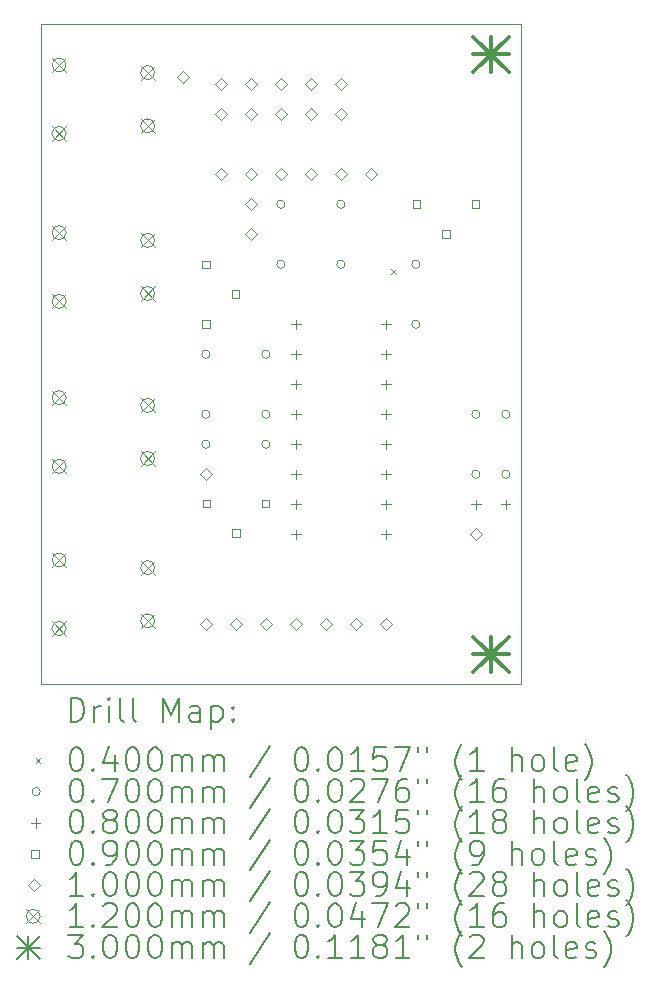
<source format=gbr>
%FSLAX45Y45*%
G04 Gerber Fmt 4.5, Leading zero omitted, Abs format (unit mm)*
G04 Created by KiCad (PCBNEW (6.0.5)) date 2023-05-17 00:23:07*
%MOMM*%
%LPD*%
G01*
G04 APERTURE LIST*
%TA.AperFunction,Profile*%
%ADD10C,0.100000*%
%TD*%
%ADD11C,0.200000*%
%ADD12C,0.040000*%
%ADD13C,0.070000*%
%ADD14C,0.080000*%
%ADD15C,0.090000*%
%ADD16C,0.100000*%
%ADD17C,0.120000*%
%ADD18C,0.300000*%
G04 APERTURE END LIST*
D10*
X3556000Y-10160000D02*
X7620000Y-10160000D01*
X7620000Y-10160000D02*
X7620000Y-15748000D01*
X7620000Y-15748000D02*
X3556000Y-15748000D01*
X3556000Y-15748000D02*
X3556000Y-10160000D01*
X3556000Y-10160000D02*
X7620000Y-10160000D01*
X7620000Y-10160000D02*
X7620000Y-15748000D01*
X7620000Y-15748000D02*
X3556000Y-15748000D01*
X3556000Y-15748000D02*
X3556000Y-10160000D01*
D11*
D12*
X6520500Y-12235500D02*
X6560500Y-12275500D01*
X6560500Y-12235500D02*
X6520500Y-12275500D01*
D13*
X4988000Y-12954000D02*
G75*
G03*
X4988000Y-12954000I-35000J0D01*
G01*
X4988000Y-13462000D02*
G75*
G03*
X4988000Y-13462000I-35000J0D01*
G01*
X4988000Y-13716000D02*
G75*
G03*
X4988000Y-13716000I-35000J0D01*
G01*
X5496000Y-12954000D02*
G75*
G03*
X5496000Y-12954000I-35000J0D01*
G01*
X5496000Y-13462000D02*
G75*
G03*
X5496000Y-13462000I-35000J0D01*
G01*
X5496000Y-13716000D02*
G75*
G03*
X5496000Y-13716000I-35000J0D01*
G01*
X5623000Y-11684000D02*
G75*
G03*
X5623000Y-11684000I-35000J0D01*
G01*
X5623000Y-12192000D02*
G75*
G03*
X5623000Y-12192000I-35000J0D01*
G01*
X6131000Y-11684000D02*
G75*
G03*
X6131000Y-11684000I-35000J0D01*
G01*
X6131000Y-12192000D02*
G75*
G03*
X6131000Y-12192000I-35000J0D01*
G01*
X6766000Y-12192000D02*
G75*
G03*
X6766000Y-12192000I-35000J0D01*
G01*
X6766000Y-12700000D02*
G75*
G03*
X6766000Y-12700000I-35000J0D01*
G01*
X7274000Y-13462000D02*
G75*
G03*
X7274000Y-13462000I-35000J0D01*
G01*
X7274000Y-13970000D02*
G75*
G03*
X7274000Y-13970000I-35000J0D01*
G01*
X7528000Y-13462000D02*
G75*
G03*
X7528000Y-13462000I-35000J0D01*
G01*
X7528000Y-13970000D02*
G75*
G03*
X7528000Y-13970000I-35000J0D01*
G01*
D14*
X5716000Y-12661500D02*
X5716000Y-12741500D01*
X5676000Y-12701500D02*
X5756000Y-12701500D01*
X5716000Y-12915500D02*
X5716000Y-12995500D01*
X5676000Y-12955500D02*
X5756000Y-12955500D01*
X5716000Y-13169500D02*
X5716000Y-13249500D01*
X5676000Y-13209500D02*
X5756000Y-13209500D01*
X5716000Y-13423500D02*
X5716000Y-13503500D01*
X5676000Y-13463500D02*
X5756000Y-13463500D01*
X5716000Y-13677500D02*
X5716000Y-13757500D01*
X5676000Y-13717500D02*
X5756000Y-13717500D01*
X5716000Y-13931500D02*
X5716000Y-14011500D01*
X5676000Y-13971500D02*
X5756000Y-13971500D01*
X5716000Y-14185500D02*
X5716000Y-14265500D01*
X5676000Y-14225500D02*
X5756000Y-14225500D01*
X5716000Y-14439500D02*
X5716000Y-14519500D01*
X5676000Y-14479500D02*
X5756000Y-14479500D01*
X6478000Y-12661500D02*
X6478000Y-12741500D01*
X6438000Y-12701500D02*
X6518000Y-12701500D01*
X6478000Y-12915500D02*
X6478000Y-12995500D01*
X6438000Y-12955500D02*
X6518000Y-12955500D01*
X6478000Y-13169500D02*
X6478000Y-13249500D01*
X6438000Y-13209500D02*
X6518000Y-13209500D01*
X6478000Y-13423500D02*
X6478000Y-13503500D01*
X6438000Y-13463500D02*
X6518000Y-13463500D01*
X6478000Y-13677500D02*
X6478000Y-13757500D01*
X6438000Y-13717500D02*
X6518000Y-13717500D01*
X6478000Y-13931500D02*
X6478000Y-14011500D01*
X6438000Y-13971500D02*
X6518000Y-13971500D01*
X6478000Y-14185500D02*
X6478000Y-14265500D01*
X6438000Y-14225500D02*
X6518000Y-14225500D01*
X6478000Y-14439500D02*
X6478000Y-14519500D01*
X6438000Y-14479500D02*
X6518000Y-14479500D01*
X7241000Y-14184000D02*
X7241000Y-14264000D01*
X7201000Y-14224000D02*
X7281000Y-14224000D01*
X7491000Y-14184000D02*
X7491000Y-14264000D01*
X7451000Y-14224000D02*
X7531000Y-14224000D01*
D15*
X4984820Y-12227820D02*
X4984820Y-12164180D01*
X4921180Y-12164180D01*
X4921180Y-12227820D01*
X4984820Y-12227820D01*
X4984820Y-12727820D02*
X4984820Y-12664180D01*
X4921180Y-12664180D01*
X4921180Y-12727820D01*
X4984820Y-12727820D01*
X4988820Y-14250320D02*
X4988820Y-14186680D01*
X4925180Y-14186680D01*
X4925180Y-14250320D01*
X4988820Y-14250320D01*
X5234820Y-12477820D02*
X5234820Y-12414180D01*
X5171180Y-12414180D01*
X5171180Y-12477820D01*
X5234820Y-12477820D01*
X5238820Y-14500320D02*
X5238820Y-14436680D01*
X5175180Y-14436680D01*
X5175180Y-14500320D01*
X5238820Y-14500320D01*
X5488820Y-14250320D02*
X5488820Y-14186680D01*
X5425180Y-14186680D01*
X5425180Y-14250320D01*
X5488820Y-14250320D01*
X6766820Y-11715820D02*
X6766820Y-11652180D01*
X6703180Y-11652180D01*
X6703180Y-11715820D01*
X6766820Y-11715820D01*
X7016820Y-11965820D02*
X7016820Y-11902180D01*
X6953180Y-11902180D01*
X6953180Y-11965820D01*
X7016820Y-11965820D01*
X7266820Y-11715820D02*
X7266820Y-11652180D01*
X7203180Y-11652180D01*
X7203180Y-11715820D01*
X7266820Y-11715820D01*
D16*
X4762500Y-10654500D02*
X4812500Y-10604500D01*
X4762500Y-10554500D01*
X4712500Y-10604500D01*
X4762500Y-10654500D01*
X4953000Y-14020000D02*
X5003000Y-13970000D01*
X4953000Y-13920000D01*
X4903000Y-13970000D01*
X4953000Y-14020000D01*
X4953000Y-15290000D02*
X5003000Y-15240000D01*
X4953000Y-15190000D01*
X4903000Y-15240000D01*
X4953000Y-15290000D01*
X5080000Y-10718000D02*
X5130000Y-10668000D01*
X5080000Y-10618000D01*
X5030000Y-10668000D01*
X5080000Y-10718000D01*
X5080000Y-10972000D02*
X5130000Y-10922000D01*
X5080000Y-10872000D01*
X5030000Y-10922000D01*
X5080000Y-10972000D01*
X5080000Y-11480000D02*
X5130000Y-11430000D01*
X5080000Y-11380000D01*
X5030000Y-11430000D01*
X5080000Y-11480000D01*
X5207000Y-15290000D02*
X5257000Y-15240000D01*
X5207000Y-15190000D01*
X5157000Y-15240000D01*
X5207000Y-15290000D01*
X5334000Y-10718000D02*
X5384000Y-10668000D01*
X5334000Y-10618000D01*
X5284000Y-10668000D01*
X5334000Y-10718000D01*
X5334000Y-10972000D02*
X5384000Y-10922000D01*
X5334000Y-10872000D01*
X5284000Y-10922000D01*
X5334000Y-10972000D01*
X5334000Y-11480000D02*
X5384000Y-11430000D01*
X5334000Y-11380000D01*
X5284000Y-11430000D01*
X5334000Y-11480000D01*
X5334000Y-11734000D02*
X5384000Y-11684000D01*
X5334000Y-11634000D01*
X5284000Y-11684000D01*
X5334000Y-11734000D01*
X5334000Y-11988000D02*
X5384000Y-11938000D01*
X5334000Y-11888000D01*
X5284000Y-11938000D01*
X5334000Y-11988000D01*
X5461000Y-15290000D02*
X5511000Y-15240000D01*
X5461000Y-15190000D01*
X5411000Y-15240000D01*
X5461000Y-15290000D01*
X5588000Y-10718000D02*
X5638000Y-10668000D01*
X5588000Y-10618000D01*
X5538000Y-10668000D01*
X5588000Y-10718000D01*
X5588000Y-10972000D02*
X5638000Y-10922000D01*
X5588000Y-10872000D01*
X5538000Y-10922000D01*
X5588000Y-10972000D01*
X5588000Y-11480000D02*
X5638000Y-11430000D01*
X5588000Y-11380000D01*
X5538000Y-11430000D01*
X5588000Y-11480000D01*
X5715000Y-15290000D02*
X5765000Y-15240000D01*
X5715000Y-15190000D01*
X5665000Y-15240000D01*
X5715000Y-15290000D01*
X5842000Y-10718000D02*
X5892000Y-10668000D01*
X5842000Y-10618000D01*
X5792000Y-10668000D01*
X5842000Y-10718000D01*
X5842000Y-10972000D02*
X5892000Y-10922000D01*
X5842000Y-10872000D01*
X5792000Y-10922000D01*
X5842000Y-10972000D01*
X5842000Y-11480000D02*
X5892000Y-11430000D01*
X5842000Y-11380000D01*
X5792000Y-11430000D01*
X5842000Y-11480000D01*
X5969000Y-15290000D02*
X6019000Y-15240000D01*
X5969000Y-15190000D01*
X5919000Y-15240000D01*
X5969000Y-15290000D01*
X6096000Y-10718000D02*
X6146000Y-10668000D01*
X6096000Y-10618000D01*
X6046000Y-10668000D01*
X6096000Y-10718000D01*
X6096000Y-10972000D02*
X6146000Y-10922000D01*
X6096000Y-10872000D01*
X6046000Y-10922000D01*
X6096000Y-10972000D01*
X6096000Y-11480000D02*
X6146000Y-11430000D01*
X6096000Y-11380000D01*
X6046000Y-11430000D01*
X6096000Y-11480000D01*
X6223000Y-15290000D02*
X6273000Y-15240000D01*
X6223000Y-15190000D01*
X6173000Y-15240000D01*
X6223000Y-15290000D01*
X6350000Y-11480000D02*
X6400000Y-11430000D01*
X6350000Y-11380000D01*
X6300000Y-11430000D01*
X6350000Y-11480000D01*
X6477000Y-15290000D02*
X6527000Y-15240000D01*
X6477000Y-15190000D01*
X6427000Y-15240000D01*
X6477000Y-15290000D01*
X7239000Y-14528000D02*
X7289000Y-14478000D01*
X7239000Y-14428000D01*
X7189000Y-14478000D01*
X7239000Y-14528000D01*
D17*
X3650000Y-10445000D02*
X3770000Y-10565000D01*
X3770000Y-10445000D02*
X3650000Y-10565000D01*
X3770000Y-10505000D02*
G75*
G03*
X3770000Y-10505000I-60000J0D01*
G01*
X3650000Y-11025000D02*
X3770000Y-11145000D01*
X3770000Y-11025000D02*
X3650000Y-11145000D01*
X3770000Y-11085000D02*
G75*
G03*
X3770000Y-11085000I-60000J0D01*
G01*
X3650000Y-11865048D02*
X3770000Y-11985048D01*
X3770000Y-11865048D02*
X3650000Y-11985048D01*
X3770000Y-11925048D02*
G75*
G03*
X3770000Y-11925048I-60000J0D01*
G01*
X3650000Y-12445048D02*
X3770000Y-12565048D01*
X3770000Y-12445048D02*
X3650000Y-12565048D01*
X3770000Y-12505048D02*
G75*
G03*
X3770000Y-12505048I-60000J0D01*
G01*
X3650000Y-13262048D02*
X3770000Y-13382048D01*
X3770000Y-13262048D02*
X3650000Y-13382048D01*
X3770000Y-13322048D02*
G75*
G03*
X3770000Y-13322048I-60000J0D01*
G01*
X3650000Y-13842048D02*
X3770000Y-13962048D01*
X3770000Y-13842048D02*
X3650000Y-13962048D01*
X3770000Y-13902048D02*
G75*
G03*
X3770000Y-13902048I-60000J0D01*
G01*
X3650000Y-14636000D02*
X3770000Y-14756000D01*
X3770000Y-14636000D02*
X3650000Y-14756000D01*
X3770000Y-14696000D02*
G75*
G03*
X3770000Y-14696000I-60000J0D01*
G01*
X3650000Y-15216000D02*
X3770000Y-15336000D01*
X3770000Y-15216000D02*
X3650000Y-15336000D01*
X3770000Y-15276000D02*
G75*
G03*
X3770000Y-15276000I-60000J0D01*
G01*
X4400000Y-10510000D02*
X4520000Y-10630000D01*
X4520000Y-10510000D02*
X4400000Y-10630000D01*
X4520000Y-10570000D02*
G75*
G03*
X4520000Y-10570000I-60000J0D01*
G01*
X4400000Y-10960000D02*
X4520000Y-11080000D01*
X4520000Y-10960000D02*
X4400000Y-11080000D01*
X4520000Y-11020000D02*
G75*
G03*
X4520000Y-11020000I-60000J0D01*
G01*
X4400000Y-11930048D02*
X4520000Y-12050048D01*
X4520000Y-11930048D02*
X4400000Y-12050048D01*
X4520000Y-11990048D02*
G75*
G03*
X4520000Y-11990048I-60000J0D01*
G01*
X4400000Y-12380048D02*
X4520000Y-12500048D01*
X4520000Y-12380048D02*
X4400000Y-12500048D01*
X4520000Y-12440048D02*
G75*
G03*
X4520000Y-12440048I-60000J0D01*
G01*
X4400000Y-13327048D02*
X4520000Y-13447048D01*
X4520000Y-13327048D02*
X4400000Y-13447048D01*
X4520000Y-13387048D02*
G75*
G03*
X4520000Y-13387048I-60000J0D01*
G01*
X4400000Y-13777048D02*
X4520000Y-13897048D01*
X4520000Y-13777048D02*
X4400000Y-13897048D01*
X4520000Y-13837048D02*
G75*
G03*
X4520000Y-13837048I-60000J0D01*
G01*
X4400000Y-14701000D02*
X4520000Y-14821000D01*
X4520000Y-14701000D02*
X4400000Y-14821000D01*
X4520000Y-14761000D02*
G75*
G03*
X4520000Y-14761000I-60000J0D01*
G01*
X4400000Y-15151000D02*
X4520000Y-15271000D01*
X4520000Y-15151000D02*
X4400000Y-15271000D01*
X4520000Y-15211000D02*
G75*
G03*
X4520000Y-15211000I-60000J0D01*
G01*
D18*
X7216000Y-10264000D02*
X7516000Y-10564000D01*
X7516000Y-10264000D02*
X7216000Y-10564000D01*
X7366000Y-10264000D02*
X7366000Y-10564000D01*
X7216000Y-10414000D02*
X7516000Y-10414000D01*
X7216000Y-15344000D02*
X7516000Y-15644000D01*
X7516000Y-15344000D02*
X7216000Y-15644000D01*
X7366000Y-15344000D02*
X7366000Y-15644000D01*
X7216000Y-15494000D02*
X7516000Y-15494000D01*
D11*
X3808619Y-16063476D02*
X3808619Y-15863476D01*
X3856238Y-15863476D01*
X3884809Y-15873000D01*
X3903857Y-15892048D01*
X3913381Y-15911095D01*
X3922905Y-15949190D01*
X3922905Y-15977762D01*
X3913381Y-16015857D01*
X3903857Y-16034905D01*
X3884809Y-16053952D01*
X3856238Y-16063476D01*
X3808619Y-16063476D01*
X4008619Y-16063476D02*
X4008619Y-15930143D01*
X4008619Y-15968238D02*
X4018143Y-15949190D01*
X4027667Y-15939667D01*
X4046714Y-15930143D01*
X4065762Y-15930143D01*
X4132428Y-16063476D02*
X4132428Y-15930143D01*
X4132428Y-15863476D02*
X4122905Y-15873000D01*
X4132428Y-15882524D01*
X4141952Y-15873000D01*
X4132428Y-15863476D01*
X4132428Y-15882524D01*
X4256238Y-16063476D02*
X4237190Y-16053952D01*
X4227667Y-16034905D01*
X4227667Y-15863476D01*
X4361000Y-16063476D02*
X4341952Y-16053952D01*
X4332429Y-16034905D01*
X4332429Y-15863476D01*
X4589571Y-16063476D02*
X4589571Y-15863476D01*
X4656238Y-16006333D01*
X4722905Y-15863476D01*
X4722905Y-16063476D01*
X4903857Y-16063476D02*
X4903857Y-15958714D01*
X4894333Y-15939667D01*
X4875286Y-15930143D01*
X4837190Y-15930143D01*
X4818143Y-15939667D01*
X4903857Y-16053952D02*
X4884810Y-16063476D01*
X4837190Y-16063476D01*
X4818143Y-16053952D01*
X4808619Y-16034905D01*
X4808619Y-16015857D01*
X4818143Y-15996809D01*
X4837190Y-15987286D01*
X4884810Y-15987286D01*
X4903857Y-15977762D01*
X4999095Y-15930143D02*
X4999095Y-16130143D01*
X4999095Y-15939667D02*
X5018143Y-15930143D01*
X5056238Y-15930143D01*
X5075286Y-15939667D01*
X5084810Y-15949190D01*
X5094333Y-15968238D01*
X5094333Y-16025381D01*
X5084810Y-16044428D01*
X5075286Y-16053952D01*
X5056238Y-16063476D01*
X5018143Y-16063476D01*
X4999095Y-16053952D01*
X5180048Y-16044428D02*
X5189571Y-16053952D01*
X5180048Y-16063476D01*
X5170524Y-16053952D01*
X5180048Y-16044428D01*
X5180048Y-16063476D01*
X5180048Y-15939667D02*
X5189571Y-15949190D01*
X5180048Y-15958714D01*
X5170524Y-15949190D01*
X5180048Y-15939667D01*
X5180048Y-15958714D01*
D12*
X3511000Y-16373000D02*
X3551000Y-16413000D01*
X3551000Y-16373000D02*
X3511000Y-16413000D01*
D11*
X3846714Y-16283476D02*
X3865762Y-16283476D01*
X3884809Y-16293000D01*
X3894333Y-16302524D01*
X3903857Y-16321571D01*
X3913381Y-16359667D01*
X3913381Y-16407286D01*
X3903857Y-16445381D01*
X3894333Y-16464428D01*
X3884809Y-16473952D01*
X3865762Y-16483476D01*
X3846714Y-16483476D01*
X3827667Y-16473952D01*
X3818143Y-16464428D01*
X3808619Y-16445381D01*
X3799095Y-16407286D01*
X3799095Y-16359667D01*
X3808619Y-16321571D01*
X3818143Y-16302524D01*
X3827667Y-16293000D01*
X3846714Y-16283476D01*
X3999095Y-16464428D02*
X4008619Y-16473952D01*
X3999095Y-16483476D01*
X3989571Y-16473952D01*
X3999095Y-16464428D01*
X3999095Y-16483476D01*
X4180048Y-16350143D02*
X4180048Y-16483476D01*
X4132428Y-16273952D02*
X4084809Y-16416809D01*
X4208619Y-16416809D01*
X4322905Y-16283476D02*
X4341952Y-16283476D01*
X4361000Y-16293000D01*
X4370524Y-16302524D01*
X4380048Y-16321571D01*
X4389571Y-16359667D01*
X4389571Y-16407286D01*
X4380048Y-16445381D01*
X4370524Y-16464428D01*
X4361000Y-16473952D01*
X4341952Y-16483476D01*
X4322905Y-16483476D01*
X4303857Y-16473952D01*
X4294333Y-16464428D01*
X4284810Y-16445381D01*
X4275286Y-16407286D01*
X4275286Y-16359667D01*
X4284810Y-16321571D01*
X4294333Y-16302524D01*
X4303857Y-16293000D01*
X4322905Y-16283476D01*
X4513381Y-16283476D02*
X4532429Y-16283476D01*
X4551476Y-16293000D01*
X4561000Y-16302524D01*
X4570524Y-16321571D01*
X4580048Y-16359667D01*
X4580048Y-16407286D01*
X4570524Y-16445381D01*
X4561000Y-16464428D01*
X4551476Y-16473952D01*
X4532429Y-16483476D01*
X4513381Y-16483476D01*
X4494333Y-16473952D01*
X4484810Y-16464428D01*
X4475286Y-16445381D01*
X4465762Y-16407286D01*
X4465762Y-16359667D01*
X4475286Y-16321571D01*
X4484810Y-16302524D01*
X4494333Y-16293000D01*
X4513381Y-16283476D01*
X4665762Y-16483476D02*
X4665762Y-16350143D01*
X4665762Y-16369190D02*
X4675286Y-16359667D01*
X4694333Y-16350143D01*
X4722905Y-16350143D01*
X4741952Y-16359667D01*
X4751476Y-16378714D01*
X4751476Y-16483476D01*
X4751476Y-16378714D02*
X4761000Y-16359667D01*
X4780048Y-16350143D01*
X4808619Y-16350143D01*
X4827667Y-16359667D01*
X4837190Y-16378714D01*
X4837190Y-16483476D01*
X4932429Y-16483476D02*
X4932429Y-16350143D01*
X4932429Y-16369190D02*
X4941952Y-16359667D01*
X4961000Y-16350143D01*
X4989571Y-16350143D01*
X5008619Y-16359667D01*
X5018143Y-16378714D01*
X5018143Y-16483476D01*
X5018143Y-16378714D02*
X5027667Y-16359667D01*
X5046714Y-16350143D01*
X5075286Y-16350143D01*
X5094333Y-16359667D01*
X5103857Y-16378714D01*
X5103857Y-16483476D01*
X5494333Y-16273952D02*
X5322905Y-16531095D01*
X5751476Y-16283476D02*
X5770524Y-16283476D01*
X5789571Y-16293000D01*
X5799095Y-16302524D01*
X5808619Y-16321571D01*
X5818143Y-16359667D01*
X5818143Y-16407286D01*
X5808619Y-16445381D01*
X5799095Y-16464428D01*
X5789571Y-16473952D01*
X5770524Y-16483476D01*
X5751476Y-16483476D01*
X5732428Y-16473952D01*
X5722905Y-16464428D01*
X5713381Y-16445381D01*
X5703857Y-16407286D01*
X5703857Y-16359667D01*
X5713381Y-16321571D01*
X5722905Y-16302524D01*
X5732428Y-16293000D01*
X5751476Y-16283476D01*
X5903857Y-16464428D02*
X5913381Y-16473952D01*
X5903857Y-16483476D01*
X5894333Y-16473952D01*
X5903857Y-16464428D01*
X5903857Y-16483476D01*
X6037190Y-16283476D02*
X6056238Y-16283476D01*
X6075286Y-16293000D01*
X6084809Y-16302524D01*
X6094333Y-16321571D01*
X6103857Y-16359667D01*
X6103857Y-16407286D01*
X6094333Y-16445381D01*
X6084809Y-16464428D01*
X6075286Y-16473952D01*
X6056238Y-16483476D01*
X6037190Y-16483476D01*
X6018143Y-16473952D01*
X6008619Y-16464428D01*
X5999095Y-16445381D01*
X5989571Y-16407286D01*
X5989571Y-16359667D01*
X5999095Y-16321571D01*
X6008619Y-16302524D01*
X6018143Y-16293000D01*
X6037190Y-16283476D01*
X6294333Y-16483476D02*
X6180048Y-16483476D01*
X6237190Y-16483476D02*
X6237190Y-16283476D01*
X6218143Y-16312048D01*
X6199095Y-16331095D01*
X6180048Y-16340619D01*
X6475286Y-16283476D02*
X6380048Y-16283476D01*
X6370524Y-16378714D01*
X6380048Y-16369190D01*
X6399095Y-16359667D01*
X6446714Y-16359667D01*
X6465762Y-16369190D01*
X6475286Y-16378714D01*
X6484809Y-16397762D01*
X6484809Y-16445381D01*
X6475286Y-16464428D01*
X6465762Y-16473952D01*
X6446714Y-16483476D01*
X6399095Y-16483476D01*
X6380048Y-16473952D01*
X6370524Y-16464428D01*
X6551476Y-16283476D02*
X6684809Y-16283476D01*
X6599095Y-16483476D01*
X6751476Y-16283476D02*
X6751476Y-16321571D01*
X6827667Y-16283476D02*
X6827667Y-16321571D01*
X7122905Y-16559667D02*
X7113381Y-16550143D01*
X7094333Y-16521571D01*
X7084809Y-16502524D01*
X7075286Y-16473952D01*
X7065762Y-16426333D01*
X7065762Y-16388238D01*
X7075286Y-16340619D01*
X7084809Y-16312048D01*
X7094333Y-16293000D01*
X7113381Y-16264428D01*
X7122905Y-16254905D01*
X7303857Y-16483476D02*
X7189571Y-16483476D01*
X7246714Y-16483476D02*
X7246714Y-16283476D01*
X7227667Y-16312048D01*
X7208619Y-16331095D01*
X7189571Y-16340619D01*
X7541952Y-16483476D02*
X7541952Y-16283476D01*
X7627667Y-16483476D02*
X7627667Y-16378714D01*
X7618143Y-16359667D01*
X7599095Y-16350143D01*
X7570524Y-16350143D01*
X7551476Y-16359667D01*
X7541952Y-16369190D01*
X7751476Y-16483476D02*
X7732428Y-16473952D01*
X7722905Y-16464428D01*
X7713381Y-16445381D01*
X7713381Y-16388238D01*
X7722905Y-16369190D01*
X7732428Y-16359667D01*
X7751476Y-16350143D01*
X7780048Y-16350143D01*
X7799095Y-16359667D01*
X7808619Y-16369190D01*
X7818143Y-16388238D01*
X7818143Y-16445381D01*
X7808619Y-16464428D01*
X7799095Y-16473952D01*
X7780048Y-16483476D01*
X7751476Y-16483476D01*
X7932428Y-16483476D02*
X7913381Y-16473952D01*
X7903857Y-16454905D01*
X7903857Y-16283476D01*
X8084809Y-16473952D02*
X8065762Y-16483476D01*
X8027667Y-16483476D01*
X8008619Y-16473952D01*
X7999095Y-16454905D01*
X7999095Y-16378714D01*
X8008619Y-16359667D01*
X8027667Y-16350143D01*
X8065762Y-16350143D01*
X8084809Y-16359667D01*
X8094333Y-16378714D01*
X8094333Y-16397762D01*
X7999095Y-16416809D01*
X8161000Y-16559667D02*
X8170524Y-16550143D01*
X8189571Y-16521571D01*
X8199095Y-16502524D01*
X8208619Y-16473952D01*
X8218143Y-16426333D01*
X8218143Y-16388238D01*
X8208619Y-16340619D01*
X8199095Y-16312048D01*
X8189571Y-16293000D01*
X8170524Y-16264428D01*
X8161000Y-16254905D01*
D13*
X3551000Y-16657000D02*
G75*
G03*
X3551000Y-16657000I-35000J0D01*
G01*
D11*
X3846714Y-16547476D02*
X3865762Y-16547476D01*
X3884809Y-16557000D01*
X3894333Y-16566524D01*
X3903857Y-16585571D01*
X3913381Y-16623667D01*
X3913381Y-16671286D01*
X3903857Y-16709381D01*
X3894333Y-16728428D01*
X3884809Y-16737952D01*
X3865762Y-16747476D01*
X3846714Y-16747476D01*
X3827667Y-16737952D01*
X3818143Y-16728428D01*
X3808619Y-16709381D01*
X3799095Y-16671286D01*
X3799095Y-16623667D01*
X3808619Y-16585571D01*
X3818143Y-16566524D01*
X3827667Y-16557000D01*
X3846714Y-16547476D01*
X3999095Y-16728428D02*
X4008619Y-16737952D01*
X3999095Y-16747476D01*
X3989571Y-16737952D01*
X3999095Y-16728428D01*
X3999095Y-16747476D01*
X4075286Y-16547476D02*
X4208619Y-16547476D01*
X4122905Y-16747476D01*
X4322905Y-16547476D02*
X4341952Y-16547476D01*
X4361000Y-16557000D01*
X4370524Y-16566524D01*
X4380048Y-16585571D01*
X4389571Y-16623667D01*
X4389571Y-16671286D01*
X4380048Y-16709381D01*
X4370524Y-16728428D01*
X4361000Y-16737952D01*
X4341952Y-16747476D01*
X4322905Y-16747476D01*
X4303857Y-16737952D01*
X4294333Y-16728428D01*
X4284810Y-16709381D01*
X4275286Y-16671286D01*
X4275286Y-16623667D01*
X4284810Y-16585571D01*
X4294333Y-16566524D01*
X4303857Y-16557000D01*
X4322905Y-16547476D01*
X4513381Y-16547476D02*
X4532429Y-16547476D01*
X4551476Y-16557000D01*
X4561000Y-16566524D01*
X4570524Y-16585571D01*
X4580048Y-16623667D01*
X4580048Y-16671286D01*
X4570524Y-16709381D01*
X4561000Y-16728428D01*
X4551476Y-16737952D01*
X4532429Y-16747476D01*
X4513381Y-16747476D01*
X4494333Y-16737952D01*
X4484810Y-16728428D01*
X4475286Y-16709381D01*
X4465762Y-16671286D01*
X4465762Y-16623667D01*
X4475286Y-16585571D01*
X4484810Y-16566524D01*
X4494333Y-16557000D01*
X4513381Y-16547476D01*
X4665762Y-16747476D02*
X4665762Y-16614143D01*
X4665762Y-16633190D02*
X4675286Y-16623667D01*
X4694333Y-16614143D01*
X4722905Y-16614143D01*
X4741952Y-16623667D01*
X4751476Y-16642714D01*
X4751476Y-16747476D01*
X4751476Y-16642714D02*
X4761000Y-16623667D01*
X4780048Y-16614143D01*
X4808619Y-16614143D01*
X4827667Y-16623667D01*
X4837190Y-16642714D01*
X4837190Y-16747476D01*
X4932429Y-16747476D02*
X4932429Y-16614143D01*
X4932429Y-16633190D02*
X4941952Y-16623667D01*
X4961000Y-16614143D01*
X4989571Y-16614143D01*
X5008619Y-16623667D01*
X5018143Y-16642714D01*
X5018143Y-16747476D01*
X5018143Y-16642714D02*
X5027667Y-16623667D01*
X5046714Y-16614143D01*
X5075286Y-16614143D01*
X5094333Y-16623667D01*
X5103857Y-16642714D01*
X5103857Y-16747476D01*
X5494333Y-16537952D02*
X5322905Y-16795095D01*
X5751476Y-16547476D02*
X5770524Y-16547476D01*
X5789571Y-16557000D01*
X5799095Y-16566524D01*
X5808619Y-16585571D01*
X5818143Y-16623667D01*
X5818143Y-16671286D01*
X5808619Y-16709381D01*
X5799095Y-16728428D01*
X5789571Y-16737952D01*
X5770524Y-16747476D01*
X5751476Y-16747476D01*
X5732428Y-16737952D01*
X5722905Y-16728428D01*
X5713381Y-16709381D01*
X5703857Y-16671286D01*
X5703857Y-16623667D01*
X5713381Y-16585571D01*
X5722905Y-16566524D01*
X5732428Y-16557000D01*
X5751476Y-16547476D01*
X5903857Y-16728428D02*
X5913381Y-16737952D01*
X5903857Y-16747476D01*
X5894333Y-16737952D01*
X5903857Y-16728428D01*
X5903857Y-16747476D01*
X6037190Y-16547476D02*
X6056238Y-16547476D01*
X6075286Y-16557000D01*
X6084809Y-16566524D01*
X6094333Y-16585571D01*
X6103857Y-16623667D01*
X6103857Y-16671286D01*
X6094333Y-16709381D01*
X6084809Y-16728428D01*
X6075286Y-16737952D01*
X6056238Y-16747476D01*
X6037190Y-16747476D01*
X6018143Y-16737952D01*
X6008619Y-16728428D01*
X5999095Y-16709381D01*
X5989571Y-16671286D01*
X5989571Y-16623667D01*
X5999095Y-16585571D01*
X6008619Y-16566524D01*
X6018143Y-16557000D01*
X6037190Y-16547476D01*
X6180048Y-16566524D02*
X6189571Y-16557000D01*
X6208619Y-16547476D01*
X6256238Y-16547476D01*
X6275286Y-16557000D01*
X6284809Y-16566524D01*
X6294333Y-16585571D01*
X6294333Y-16604619D01*
X6284809Y-16633190D01*
X6170524Y-16747476D01*
X6294333Y-16747476D01*
X6361000Y-16547476D02*
X6494333Y-16547476D01*
X6408619Y-16747476D01*
X6656238Y-16547476D02*
X6618143Y-16547476D01*
X6599095Y-16557000D01*
X6589571Y-16566524D01*
X6570524Y-16595095D01*
X6561000Y-16633190D01*
X6561000Y-16709381D01*
X6570524Y-16728428D01*
X6580048Y-16737952D01*
X6599095Y-16747476D01*
X6637190Y-16747476D01*
X6656238Y-16737952D01*
X6665762Y-16728428D01*
X6675286Y-16709381D01*
X6675286Y-16661762D01*
X6665762Y-16642714D01*
X6656238Y-16633190D01*
X6637190Y-16623667D01*
X6599095Y-16623667D01*
X6580048Y-16633190D01*
X6570524Y-16642714D01*
X6561000Y-16661762D01*
X6751476Y-16547476D02*
X6751476Y-16585571D01*
X6827667Y-16547476D02*
X6827667Y-16585571D01*
X7122905Y-16823667D02*
X7113381Y-16814143D01*
X7094333Y-16785571D01*
X7084809Y-16766524D01*
X7075286Y-16737952D01*
X7065762Y-16690333D01*
X7065762Y-16652238D01*
X7075286Y-16604619D01*
X7084809Y-16576048D01*
X7094333Y-16557000D01*
X7113381Y-16528428D01*
X7122905Y-16518905D01*
X7303857Y-16747476D02*
X7189571Y-16747476D01*
X7246714Y-16747476D02*
X7246714Y-16547476D01*
X7227667Y-16576048D01*
X7208619Y-16595095D01*
X7189571Y-16604619D01*
X7475286Y-16547476D02*
X7437190Y-16547476D01*
X7418143Y-16557000D01*
X7408619Y-16566524D01*
X7389571Y-16595095D01*
X7380048Y-16633190D01*
X7380048Y-16709381D01*
X7389571Y-16728428D01*
X7399095Y-16737952D01*
X7418143Y-16747476D01*
X7456238Y-16747476D01*
X7475286Y-16737952D01*
X7484809Y-16728428D01*
X7494333Y-16709381D01*
X7494333Y-16661762D01*
X7484809Y-16642714D01*
X7475286Y-16633190D01*
X7456238Y-16623667D01*
X7418143Y-16623667D01*
X7399095Y-16633190D01*
X7389571Y-16642714D01*
X7380048Y-16661762D01*
X7732428Y-16747476D02*
X7732428Y-16547476D01*
X7818143Y-16747476D02*
X7818143Y-16642714D01*
X7808619Y-16623667D01*
X7789571Y-16614143D01*
X7761000Y-16614143D01*
X7741952Y-16623667D01*
X7732428Y-16633190D01*
X7941952Y-16747476D02*
X7922905Y-16737952D01*
X7913381Y-16728428D01*
X7903857Y-16709381D01*
X7903857Y-16652238D01*
X7913381Y-16633190D01*
X7922905Y-16623667D01*
X7941952Y-16614143D01*
X7970524Y-16614143D01*
X7989571Y-16623667D01*
X7999095Y-16633190D01*
X8008619Y-16652238D01*
X8008619Y-16709381D01*
X7999095Y-16728428D01*
X7989571Y-16737952D01*
X7970524Y-16747476D01*
X7941952Y-16747476D01*
X8122905Y-16747476D02*
X8103857Y-16737952D01*
X8094333Y-16718905D01*
X8094333Y-16547476D01*
X8275286Y-16737952D02*
X8256238Y-16747476D01*
X8218143Y-16747476D01*
X8199095Y-16737952D01*
X8189571Y-16718905D01*
X8189571Y-16642714D01*
X8199095Y-16623667D01*
X8218143Y-16614143D01*
X8256238Y-16614143D01*
X8275286Y-16623667D01*
X8284809Y-16642714D01*
X8284809Y-16661762D01*
X8189571Y-16680809D01*
X8361000Y-16737952D02*
X8380048Y-16747476D01*
X8418143Y-16747476D01*
X8437190Y-16737952D01*
X8446714Y-16718905D01*
X8446714Y-16709381D01*
X8437190Y-16690333D01*
X8418143Y-16680809D01*
X8389571Y-16680809D01*
X8370524Y-16671286D01*
X8361000Y-16652238D01*
X8361000Y-16642714D01*
X8370524Y-16623667D01*
X8389571Y-16614143D01*
X8418143Y-16614143D01*
X8437190Y-16623667D01*
X8513381Y-16823667D02*
X8522905Y-16814143D01*
X8541952Y-16785571D01*
X8551476Y-16766524D01*
X8561000Y-16737952D01*
X8570524Y-16690333D01*
X8570524Y-16652238D01*
X8561000Y-16604619D01*
X8551476Y-16576048D01*
X8541952Y-16557000D01*
X8522905Y-16528428D01*
X8513381Y-16518905D01*
D14*
X3511000Y-16881000D02*
X3511000Y-16961000D01*
X3471000Y-16921000D02*
X3551000Y-16921000D01*
D11*
X3846714Y-16811476D02*
X3865762Y-16811476D01*
X3884809Y-16821000D01*
X3894333Y-16830524D01*
X3903857Y-16849571D01*
X3913381Y-16887667D01*
X3913381Y-16935286D01*
X3903857Y-16973381D01*
X3894333Y-16992429D01*
X3884809Y-17001952D01*
X3865762Y-17011476D01*
X3846714Y-17011476D01*
X3827667Y-17001952D01*
X3818143Y-16992429D01*
X3808619Y-16973381D01*
X3799095Y-16935286D01*
X3799095Y-16887667D01*
X3808619Y-16849571D01*
X3818143Y-16830524D01*
X3827667Y-16821000D01*
X3846714Y-16811476D01*
X3999095Y-16992429D02*
X4008619Y-17001952D01*
X3999095Y-17011476D01*
X3989571Y-17001952D01*
X3999095Y-16992429D01*
X3999095Y-17011476D01*
X4122905Y-16897190D02*
X4103857Y-16887667D01*
X4094333Y-16878143D01*
X4084809Y-16859095D01*
X4084809Y-16849571D01*
X4094333Y-16830524D01*
X4103857Y-16821000D01*
X4122905Y-16811476D01*
X4161000Y-16811476D01*
X4180048Y-16821000D01*
X4189571Y-16830524D01*
X4199095Y-16849571D01*
X4199095Y-16859095D01*
X4189571Y-16878143D01*
X4180048Y-16887667D01*
X4161000Y-16897190D01*
X4122905Y-16897190D01*
X4103857Y-16906714D01*
X4094333Y-16916238D01*
X4084809Y-16935286D01*
X4084809Y-16973381D01*
X4094333Y-16992429D01*
X4103857Y-17001952D01*
X4122905Y-17011476D01*
X4161000Y-17011476D01*
X4180048Y-17001952D01*
X4189571Y-16992429D01*
X4199095Y-16973381D01*
X4199095Y-16935286D01*
X4189571Y-16916238D01*
X4180048Y-16906714D01*
X4161000Y-16897190D01*
X4322905Y-16811476D02*
X4341952Y-16811476D01*
X4361000Y-16821000D01*
X4370524Y-16830524D01*
X4380048Y-16849571D01*
X4389571Y-16887667D01*
X4389571Y-16935286D01*
X4380048Y-16973381D01*
X4370524Y-16992429D01*
X4361000Y-17001952D01*
X4341952Y-17011476D01*
X4322905Y-17011476D01*
X4303857Y-17001952D01*
X4294333Y-16992429D01*
X4284810Y-16973381D01*
X4275286Y-16935286D01*
X4275286Y-16887667D01*
X4284810Y-16849571D01*
X4294333Y-16830524D01*
X4303857Y-16821000D01*
X4322905Y-16811476D01*
X4513381Y-16811476D02*
X4532429Y-16811476D01*
X4551476Y-16821000D01*
X4561000Y-16830524D01*
X4570524Y-16849571D01*
X4580048Y-16887667D01*
X4580048Y-16935286D01*
X4570524Y-16973381D01*
X4561000Y-16992429D01*
X4551476Y-17001952D01*
X4532429Y-17011476D01*
X4513381Y-17011476D01*
X4494333Y-17001952D01*
X4484810Y-16992429D01*
X4475286Y-16973381D01*
X4465762Y-16935286D01*
X4465762Y-16887667D01*
X4475286Y-16849571D01*
X4484810Y-16830524D01*
X4494333Y-16821000D01*
X4513381Y-16811476D01*
X4665762Y-17011476D02*
X4665762Y-16878143D01*
X4665762Y-16897190D02*
X4675286Y-16887667D01*
X4694333Y-16878143D01*
X4722905Y-16878143D01*
X4741952Y-16887667D01*
X4751476Y-16906714D01*
X4751476Y-17011476D01*
X4751476Y-16906714D02*
X4761000Y-16887667D01*
X4780048Y-16878143D01*
X4808619Y-16878143D01*
X4827667Y-16887667D01*
X4837190Y-16906714D01*
X4837190Y-17011476D01*
X4932429Y-17011476D02*
X4932429Y-16878143D01*
X4932429Y-16897190D02*
X4941952Y-16887667D01*
X4961000Y-16878143D01*
X4989571Y-16878143D01*
X5008619Y-16887667D01*
X5018143Y-16906714D01*
X5018143Y-17011476D01*
X5018143Y-16906714D02*
X5027667Y-16887667D01*
X5046714Y-16878143D01*
X5075286Y-16878143D01*
X5094333Y-16887667D01*
X5103857Y-16906714D01*
X5103857Y-17011476D01*
X5494333Y-16801952D02*
X5322905Y-17059095D01*
X5751476Y-16811476D02*
X5770524Y-16811476D01*
X5789571Y-16821000D01*
X5799095Y-16830524D01*
X5808619Y-16849571D01*
X5818143Y-16887667D01*
X5818143Y-16935286D01*
X5808619Y-16973381D01*
X5799095Y-16992429D01*
X5789571Y-17001952D01*
X5770524Y-17011476D01*
X5751476Y-17011476D01*
X5732428Y-17001952D01*
X5722905Y-16992429D01*
X5713381Y-16973381D01*
X5703857Y-16935286D01*
X5703857Y-16887667D01*
X5713381Y-16849571D01*
X5722905Y-16830524D01*
X5732428Y-16821000D01*
X5751476Y-16811476D01*
X5903857Y-16992429D02*
X5913381Y-17001952D01*
X5903857Y-17011476D01*
X5894333Y-17001952D01*
X5903857Y-16992429D01*
X5903857Y-17011476D01*
X6037190Y-16811476D02*
X6056238Y-16811476D01*
X6075286Y-16821000D01*
X6084809Y-16830524D01*
X6094333Y-16849571D01*
X6103857Y-16887667D01*
X6103857Y-16935286D01*
X6094333Y-16973381D01*
X6084809Y-16992429D01*
X6075286Y-17001952D01*
X6056238Y-17011476D01*
X6037190Y-17011476D01*
X6018143Y-17001952D01*
X6008619Y-16992429D01*
X5999095Y-16973381D01*
X5989571Y-16935286D01*
X5989571Y-16887667D01*
X5999095Y-16849571D01*
X6008619Y-16830524D01*
X6018143Y-16821000D01*
X6037190Y-16811476D01*
X6170524Y-16811476D02*
X6294333Y-16811476D01*
X6227667Y-16887667D01*
X6256238Y-16887667D01*
X6275286Y-16897190D01*
X6284809Y-16906714D01*
X6294333Y-16925762D01*
X6294333Y-16973381D01*
X6284809Y-16992429D01*
X6275286Y-17001952D01*
X6256238Y-17011476D01*
X6199095Y-17011476D01*
X6180048Y-17001952D01*
X6170524Y-16992429D01*
X6484809Y-17011476D02*
X6370524Y-17011476D01*
X6427667Y-17011476D02*
X6427667Y-16811476D01*
X6408619Y-16840048D01*
X6389571Y-16859095D01*
X6370524Y-16868619D01*
X6665762Y-16811476D02*
X6570524Y-16811476D01*
X6561000Y-16906714D01*
X6570524Y-16897190D01*
X6589571Y-16887667D01*
X6637190Y-16887667D01*
X6656238Y-16897190D01*
X6665762Y-16906714D01*
X6675286Y-16925762D01*
X6675286Y-16973381D01*
X6665762Y-16992429D01*
X6656238Y-17001952D01*
X6637190Y-17011476D01*
X6589571Y-17011476D01*
X6570524Y-17001952D01*
X6561000Y-16992429D01*
X6751476Y-16811476D02*
X6751476Y-16849571D01*
X6827667Y-16811476D02*
X6827667Y-16849571D01*
X7122905Y-17087667D02*
X7113381Y-17078143D01*
X7094333Y-17049571D01*
X7084809Y-17030524D01*
X7075286Y-17001952D01*
X7065762Y-16954333D01*
X7065762Y-16916238D01*
X7075286Y-16868619D01*
X7084809Y-16840048D01*
X7094333Y-16821000D01*
X7113381Y-16792429D01*
X7122905Y-16782905D01*
X7303857Y-17011476D02*
X7189571Y-17011476D01*
X7246714Y-17011476D02*
X7246714Y-16811476D01*
X7227667Y-16840048D01*
X7208619Y-16859095D01*
X7189571Y-16868619D01*
X7418143Y-16897190D02*
X7399095Y-16887667D01*
X7389571Y-16878143D01*
X7380048Y-16859095D01*
X7380048Y-16849571D01*
X7389571Y-16830524D01*
X7399095Y-16821000D01*
X7418143Y-16811476D01*
X7456238Y-16811476D01*
X7475286Y-16821000D01*
X7484809Y-16830524D01*
X7494333Y-16849571D01*
X7494333Y-16859095D01*
X7484809Y-16878143D01*
X7475286Y-16887667D01*
X7456238Y-16897190D01*
X7418143Y-16897190D01*
X7399095Y-16906714D01*
X7389571Y-16916238D01*
X7380048Y-16935286D01*
X7380048Y-16973381D01*
X7389571Y-16992429D01*
X7399095Y-17001952D01*
X7418143Y-17011476D01*
X7456238Y-17011476D01*
X7475286Y-17001952D01*
X7484809Y-16992429D01*
X7494333Y-16973381D01*
X7494333Y-16935286D01*
X7484809Y-16916238D01*
X7475286Y-16906714D01*
X7456238Y-16897190D01*
X7732428Y-17011476D02*
X7732428Y-16811476D01*
X7818143Y-17011476D02*
X7818143Y-16906714D01*
X7808619Y-16887667D01*
X7789571Y-16878143D01*
X7761000Y-16878143D01*
X7741952Y-16887667D01*
X7732428Y-16897190D01*
X7941952Y-17011476D02*
X7922905Y-17001952D01*
X7913381Y-16992429D01*
X7903857Y-16973381D01*
X7903857Y-16916238D01*
X7913381Y-16897190D01*
X7922905Y-16887667D01*
X7941952Y-16878143D01*
X7970524Y-16878143D01*
X7989571Y-16887667D01*
X7999095Y-16897190D01*
X8008619Y-16916238D01*
X8008619Y-16973381D01*
X7999095Y-16992429D01*
X7989571Y-17001952D01*
X7970524Y-17011476D01*
X7941952Y-17011476D01*
X8122905Y-17011476D02*
X8103857Y-17001952D01*
X8094333Y-16982905D01*
X8094333Y-16811476D01*
X8275286Y-17001952D02*
X8256238Y-17011476D01*
X8218143Y-17011476D01*
X8199095Y-17001952D01*
X8189571Y-16982905D01*
X8189571Y-16906714D01*
X8199095Y-16887667D01*
X8218143Y-16878143D01*
X8256238Y-16878143D01*
X8275286Y-16887667D01*
X8284809Y-16906714D01*
X8284809Y-16925762D01*
X8189571Y-16944810D01*
X8361000Y-17001952D02*
X8380048Y-17011476D01*
X8418143Y-17011476D01*
X8437190Y-17001952D01*
X8446714Y-16982905D01*
X8446714Y-16973381D01*
X8437190Y-16954333D01*
X8418143Y-16944810D01*
X8389571Y-16944810D01*
X8370524Y-16935286D01*
X8361000Y-16916238D01*
X8361000Y-16906714D01*
X8370524Y-16887667D01*
X8389571Y-16878143D01*
X8418143Y-16878143D01*
X8437190Y-16887667D01*
X8513381Y-17087667D02*
X8522905Y-17078143D01*
X8541952Y-17049571D01*
X8551476Y-17030524D01*
X8561000Y-17001952D01*
X8570524Y-16954333D01*
X8570524Y-16916238D01*
X8561000Y-16868619D01*
X8551476Y-16840048D01*
X8541952Y-16821000D01*
X8522905Y-16792429D01*
X8513381Y-16782905D01*
D15*
X3537820Y-17216820D02*
X3537820Y-17153180D01*
X3474180Y-17153180D01*
X3474180Y-17216820D01*
X3537820Y-17216820D01*
D11*
X3846714Y-17075476D02*
X3865762Y-17075476D01*
X3884809Y-17085000D01*
X3894333Y-17094524D01*
X3903857Y-17113571D01*
X3913381Y-17151667D01*
X3913381Y-17199286D01*
X3903857Y-17237381D01*
X3894333Y-17256429D01*
X3884809Y-17265952D01*
X3865762Y-17275476D01*
X3846714Y-17275476D01*
X3827667Y-17265952D01*
X3818143Y-17256429D01*
X3808619Y-17237381D01*
X3799095Y-17199286D01*
X3799095Y-17151667D01*
X3808619Y-17113571D01*
X3818143Y-17094524D01*
X3827667Y-17085000D01*
X3846714Y-17075476D01*
X3999095Y-17256429D02*
X4008619Y-17265952D01*
X3999095Y-17275476D01*
X3989571Y-17265952D01*
X3999095Y-17256429D01*
X3999095Y-17275476D01*
X4103857Y-17275476D02*
X4141952Y-17275476D01*
X4161000Y-17265952D01*
X4170524Y-17256429D01*
X4189571Y-17227857D01*
X4199095Y-17189762D01*
X4199095Y-17113571D01*
X4189571Y-17094524D01*
X4180048Y-17085000D01*
X4161000Y-17075476D01*
X4122905Y-17075476D01*
X4103857Y-17085000D01*
X4094333Y-17094524D01*
X4084809Y-17113571D01*
X4084809Y-17161190D01*
X4094333Y-17180238D01*
X4103857Y-17189762D01*
X4122905Y-17199286D01*
X4161000Y-17199286D01*
X4180048Y-17189762D01*
X4189571Y-17180238D01*
X4199095Y-17161190D01*
X4322905Y-17075476D02*
X4341952Y-17075476D01*
X4361000Y-17085000D01*
X4370524Y-17094524D01*
X4380048Y-17113571D01*
X4389571Y-17151667D01*
X4389571Y-17199286D01*
X4380048Y-17237381D01*
X4370524Y-17256429D01*
X4361000Y-17265952D01*
X4341952Y-17275476D01*
X4322905Y-17275476D01*
X4303857Y-17265952D01*
X4294333Y-17256429D01*
X4284810Y-17237381D01*
X4275286Y-17199286D01*
X4275286Y-17151667D01*
X4284810Y-17113571D01*
X4294333Y-17094524D01*
X4303857Y-17085000D01*
X4322905Y-17075476D01*
X4513381Y-17075476D02*
X4532429Y-17075476D01*
X4551476Y-17085000D01*
X4561000Y-17094524D01*
X4570524Y-17113571D01*
X4580048Y-17151667D01*
X4580048Y-17199286D01*
X4570524Y-17237381D01*
X4561000Y-17256429D01*
X4551476Y-17265952D01*
X4532429Y-17275476D01*
X4513381Y-17275476D01*
X4494333Y-17265952D01*
X4484810Y-17256429D01*
X4475286Y-17237381D01*
X4465762Y-17199286D01*
X4465762Y-17151667D01*
X4475286Y-17113571D01*
X4484810Y-17094524D01*
X4494333Y-17085000D01*
X4513381Y-17075476D01*
X4665762Y-17275476D02*
X4665762Y-17142143D01*
X4665762Y-17161190D02*
X4675286Y-17151667D01*
X4694333Y-17142143D01*
X4722905Y-17142143D01*
X4741952Y-17151667D01*
X4751476Y-17170714D01*
X4751476Y-17275476D01*
X4751476Y-17170714D02*
X4761000Y-17151667D01*
X4780048Y-17142143D01*
X4808619Y-17142143D01*
X4827667Y-17151667D01*
X4837190Y-17170714D01*
X4837190Y-17275476D01*
X4932429Y-17275476D02*
X4932429Y-17142143D01*
X4932429Y-17161190D02*
X4941952Y-17151667D01*
X4961000Y-17142143D01*
X4989571Y-17142143D01*
X5008619Y-17151667D01*
X5018143Y-17170714D01*
X5018143Y-17275476D01*
X5018143Y-17170714D02*
X5027667Y-17151667D01*
X5046714Y-17142143D01*
X5075286Y-17142143D01*
X5094333Y-17151667D01*
X5103857Y-17170714D01*
X5103857Y-17275476D01*
X5494333Y-17065952D02*
X5322905Y-17323095D01*
X5751476Y-17075476D02*
X5770524Y-17075476D01*
X5789571Y-17085000D01*
X5799095Y-17094524D01*
X5808619Y-17113571D01*
X5818143Y-17151667D01*
X5818143Y-17199286D01*
X5808619Y-17237381D01*
X5799095Y-17256429D01*
X5789571Y-17265952D01*
X5770524Y-17275476D01*
X5751476Y-17275476D01*
X5732428Y-17265952D01*
X5722905Y-17256429D01*
X5713381Y-17237381D01*
X5703857Y-17199286D01*
X5703857Y-17151667D01*
X5713381Y-17113571D01*
X5722905Y-17094524D01*
X5732428Y-17085000D01*
X5751476Y-17075476D01*
X5903857Y-17256429D02*
X5913381Y-17265952D01*
X5903857Y-17275476D01*
X5894333Y-17265952D01*
X5903857Y-17256429D01*
X5903857Y-17275476D01*
X6037190Y-17075476D02*
X6056238Y-17075476D01*
X6075286Y-17085000D01*
X6084809Y-17094524D01*
X6094333Y-17113571D01*
X6103857Y-17151667D01*
X6103857Y-17199286D01*
X6094333Y-17237381D01*
X6084809Y-17256429D01*
X6075286Y-17265952D01*
X6056238Y-17275476D01*
X6037190Y-17275476D01*
X6018143Y-17265952D01*
X6008619Y-17256429D01*
X5999095Y-17237381D01*
X5989571Y-17199286D01*
X5989571Y-17151667D01*
X5999095Y-17113571D01*
X6008619Y-17094524D01*
X6018143Y-17085000D01*
X6037190Y-17075476D01*
X6170524Y-17075476D02*
X6294333Y-17075476D01*
X6227667Y-17151667D01*
X6256238Y-17151667D01*
X6275286Y-17161190D01*
X6284809Y-17170714D01*
X6294333Y-17189762D01*
X6294333Y-17237381D01*
X6284809Y-17256429D01*
X6275286Y-17265952D01*
X6256238Y-17275476D01*
X6199095Y-17275476D01*
X6180048Y-17265952D01*
X6170524Y-17256429D01*
X6475286Y-17075476D02*
X6380048Y-17075476D01*
X6370524Y-17170714D01*
X6380048Y-17161190D01*
X6399095Y-17151667D01*
X6446714Y-17151667D01*
X6465762Y-17161190D01*
X6475286Y-17170714D01*
X6484809Y-17189762D01*
X6484809Y-17237381D01*
X6475286Y-17256429D01*
X6465762Y-17265952D01*
X6446714Y-17275476D01*
X6399095Y-17275476D01*
X6380048Y-17265952D01*
X6370524Y-17256429D01*
X6656238Y-17142143D02*
X6656238Y-17275476D01*
X6608619Y-17065952D02*
X6561000Y-17208810D01*
X6684809Y-17208810D01*
X6751476Y-17075476D02*
X6751476Y-17113571D01*
X6827667Y-17075476D02*
X6827667Y-17113571D01*
X7122905Y-17351667D02*
X7113381Y-17342143D01*
X7094333Y-17313571D01*
X7084809Y-17294524D01*
X7075286Y-17265952D01*
X7065762Y-17218333D01*
X7065762Y-17180238D01*
X7075286Y-17132619D01*
X7084809Y-17104048D01*
X7094333Y-17085000D01*
X7113381Y-17056429D01*
X7122905Y-17046905D01*
X7208619Y-17275476D02*
X7246714Y-17275476D01*
X7265762Y-17265952D01*
X7275286Y-17256429D01*
X7294333Y-17227857D01*
X7303857Y-17189762D01*
X7303857Y-17113571D01*
X7294333Y-17094524D01*
X7284809Y-17085000D01*
X7265762Y-17075476D01*
X7227667Y-17075476D01*
X7208619Y-17085000D01*
X7199095Y-17094524D01*
X7189571Y-17113571D01*
X7189571Y-17161190D01*
X7199095Y-17180238D01*
X7208619Y-17189762D01*
X7227667Y-17199286D01*
X7265762Y-17199286D01*
X7284809Y-17189762D01*
X7294333Y-17180238D01*
X7303857Y-17161190D01*
X7541952Y-17275476D02*
X7541952Y-17075476D01*
X7627667Y-17275476D02*
X7627667Y-17170714D01*
X7618143Y-17151667D01*
X7599095Y-17142143D01*
X7570524Y-17142143D01*
X7551476Y-17151667D01*
X7541952Y-17161190D01*
X7751476Y-17275476D02*
X7732428Y-17265952D01*
X7722905Y-17256429D01*
X7713381Y-17237381D01*
X7713381Y-17180238D01*
X7722905Y-17161190D01*
X7732428Y-17151667D01*
X7751476Y-17142143D01*
X7780048Y-17142143D01*
X7799095Y-17151667D01*
X7808619Y-17161190D01*
X7818143Y-17180238D01*
X7818143Y-17237381D01*
X7808619Y-17256429D01*
X7799095Y-17265952D01*
X7780048Y-17275476D01*
X7751476Y-17275476D01*
X7932428Y-17275476D02*
X7913381Y-17265952D01*
X7903857Y-17246905D01*
X7903857Y-17075476D01*
X8084809Y-17265952D02*
X8065762Y-17275476D01*
X8027667Y-17275476D01*
X8008619Y-17265952D01*
X7999095Y-17246905D01*
X7999095Y-17170714D01*
X8008619Y-17151667D01*
X8027667Y-17142143D01*
X8065762Y-17142143D01*
X8084809Y-17151667D01*
X8094333Y-17170714D01*
X8094333Y-17189762D01*
X7999095Y-17208810D01*
X8170524Y-17265952D02*
X8189571Y-17275476D01*
X8227667Y-17275476D01*
X8246714Y-17265952D01*
X8256238Y-17246905D01*
X8256238Y-17237381D01*
X8246714Y-17218333D01*
X8227667Y-17208810D01*
X8199095Y-17208810D01*
X8180048Y-17199286D01*
X8170524Y-17180238D01*
X8170524Y-17170714D01*
X8180048Y-17151667D01*
X8199095Y-17142143D01*
X8227667Y-17142143D01*
X8246714Y-17151667D01*
X8322905Y-17351667D02*
X8332428Y-17342143D01*
X8351476Y-17313571D01*
X8361000Y-17294524D01*
X8370524Y-17265952D01*
X8380048Y-17218333D01*
X8380048Y-17180238D01*
X8370524Y-17132619D01*
X8361000Y-17104048D01*
X8351476Y-17085000D01*
X8332428Y-17056429D01*
X8322905Y-17046905D01*
D16*
X3501000Y-17499000D02*
X3551000Y-17449000D01*
X3501000Y-17399000D01*
X3451000Y-17449000D01*
X3501000Y-17499000D01*
D11*
X3913381Y-17539476D02*
X3799095Y-17539476D01*
X3856238Y-17539476D02*
X3856238Y-17339476D01*
X3837190Y-17368048D01*
X3818143Y-17387095D01*
X3799095Y-17396619D01*
X3999095Y-17520429D02*
X4008619Y-17529952D01*
X3999095Y-17539476D01*
X3989571Y-17529952D01*
X3999095Y-17520429D01*
X3999095Y-17539476D01*
X4132428Y-17339476D02*
X4151476Y-17339476D01*
X4170524Y-17349000D01*
X4180048Y-17358524D01*
X4189571Y-17377571D01*
X4199095Y-17415667D01*
X4199095Y-17463286D01*
X4189571Y-17501381D01*
X4180048Y-17520429D01*
X4170524Y-17529952D01*
X4151476Y-17539476D01*
X4132428Y-17539476D01*
X4113381Y-17529952D01*
X4103857Y-17520429D01*
X4094333Y-17501381D01*
X4084809Y-17463286D01*
X4084809Y-17415667D01*
X4094333Y-17377571D01*
X4103857Y-17358524D01*
X4113381Y-17349000D01*
X4132428Y-17339476D01*
X4322905Y-17339476D02*
X4341952Y-17339476D01*
X4361000Y-17349000D01*
X4370524Y-17358524D01*
X4380048Y-17377571D01*
X4389571Y-17415667D01*
X4389571Y-17463286D01*
X4380048Y-17501381D01*
X4370524Y-17520429D01*
X4361000Y-17529952D01*
X4341952Y-17539476D01*
X4322905Y-17539476D01*
X4303857Y-17529952D01*
X4294333Y-17520429D01*
X4284810Y-17501381D01*
X4275286Y-17463286D01*
X4275286Y-17415667D01*
X4284810Y-17377571D01*
X4294333Y-17358524D01*
X4303857Y-17349000D01*
X4322905Y-17339476D01*
X4513381Y-17339476D02*
X4532429Y-17339476D01*
X4551476Y-17349000D01*
X4561000Y-17358524D01*
X4570524Y-17377571D01*
X4580048Y-17415667D01*
X4580048Y-17463286D01*
X4570524Y-17501381D01*
X4561000Y-17520429D01*
X4551476Y-17529952D01*
X4532429Y-17539476D01*
X4513381Y-17539476D01*
X4494333Y-17529952D01*
X4484810Y-17520429D01*
X4475286Y-17501381D01*
X4465762Y-17463286D01*
X4465762Y-17415667D01*
X4475286Y-17377571D01*
X4484810Y-17358524D01*
X4494333Y-17349000D01*
X4513381Y-17339476D01*
X4665762Y-17539476D02*
X4665762Y-17406143D01*
X4665762Y-17425190D02*
X4675286Y-17415667D01*
X4694333Y-17406143D01*
X4722905Y-17406143D01*
X4741952Y-17415667D01*
X4751476Y-17434714D01*
X4751476Y-17539476D01*
X4751476Y-17434714D02*
X4761000Y-17415667D01*
X4780048Y-17406143D01*
X4808619Y-17406143D01*
X4827667Y-17415667D01*
X4837190Y-17434714D01*
X4837190Y-17539476D01*
X4932429Y-17539476D02*
X4932429Y-17406143D01*
X4932429Y-17425190D02*
X4941952Y-17415667D01*
X4961000Y-17406143D01*
X4989571Y-17406143D01*
X5008619Y-17415667D01*
X5018143Y-17434714D01*
X5018143Y-17539476D01*
X5018143Y-17434714D02*
X5027667Y-17415667D01*
X5046714Y-17406143D01*
X5075286Y-17406143D01*
X5094333Y-17415667D01*
X5103857Y-17434714D01*
X5103857Y-17539476D01*
X5494333Y-17329952D02*
X5322905Y-17587095D01*
X5751476Y-17339476D02*
X5770524Y-17339476D01*
X5789571Y-17349000D01*
X5799095Y-17358524D01*
X5808619Y-17377571D01*
X5818143Y-17415667D01*
X5818143Y-17463286D01*
X5808619Y-17501381D01*
X5799095Y-17520429D01*
X5789571Y-17529952D01*
X5770524Y-17539476D01*
X5751476Y-17539476D01*
X5732428Y-17529952D01*
X5722905Y-17520429D01*
X5713381Y-17501381D01*
X5703857Y-17463286D01*
X5703857Y-17415667D01*
X5713381Y-17377571D01*
X5722905Y-17358524D01*
X5732428Y-17349000D01*
X5751476Y-17339476D01*
X5903857Y-17520429D02*
X5913381Y-17529952D01*
X5903857Y-17539476D01*
X5894333Y-17529952D01*
X5903857Y-17520429D01*
X5903857Y-17539476D01*
X6037190Y-17339476D02*
X6056238Y-17339476D01*
X6075286Y-17349000D01*
X6084809Y-17358524D01*
X6094333Y-17377571D01*
X6103857Y-17415667D01*
X6103857Y-17463286D01*
X6094333Y-17501381D01*
X6084809Y-17520429D01*
X6075286Y-17529952D01*
X6056238Y-17539476D01*
X6037190Y-17539476D01*
X6018143Y-17529952D01*
X6008619Y-17520429D01*
X5999095Y-17501381D01*
X5989571Y-17463286D01*
X5989571Y-17415667D01*
X5999095Y-17377571D01*
X6008619Y-17358524D01*
X6018143Y-17349000D01*
X6037190Y-17339476D01*
X6170524Y-17339476D02*
X6294333Y-17339476D01*
X6227667Y-17415667D01*
X6256238Y-17415667D01*
X6275286Y-17425190D01*
X6284809Y-17434714D01*
X6294333Y-17453762D01*
X6294333Y-17501381D01*
X6284809Y-17520429D01*
X6275286Y-17529952D01*
X6256238Y-17539476D01*
X6199095Y-17539476D01*
X6180048Y-17529952D01*
X6170524Y-17520429D01*
X6389571Y-17539476D02*
X6427667Y-17539476D01*
X6446714Y-17529952D01*
X6456238Y-17520429D01*
X6475286Y-17491857D01*
X6484809Y-17453762D01*
X6484809Y-17377571D01*
X6475286Y-17358524D01*
X6465762Y-17349000D01*
X6446714Y-17339476D01*
X6408619Y-17339476D01*
X6389571Y-17349000D01*
X6380048Y-17358524D01*
X6370524Y-17377571D01*
X6370524Y-17425190D01*
X6380048Y-17444238D01*
X6389571Y-17453762D01*
X6408619Y-17463286D01*
X6446714Y-17463286D01*
X6465762Y-17453762D01*
X6475286Y-17444238D01*
X6484809Y-17425190D01*
X6656238Y-17406143D02*
X6656238Y-17539476D01*
X6608619Y-17329952D02*
X6561000Y-17472810D01*
X6684809Y-17472810D01*
X6751476Y-17339476D02*
X6751476Y-17377571D01*
X6827667Y-17339476D02*
X6827667Y-17377571D01*
X7122905Y-17615667D02*
X7113381Y-17606143D01*
X7094333Y-17577571D01*
X7084809Y-17558524D01*
X7075286Y-17529952D01*
X7065762Y-17482333D01*
X7065762Y-17444238D01*
X7075286Y-17396619D01*
X7084809Y-17368048D01*
X7094333Y-17349000D01*
X7113381Y-17320429D01*
X7122905Y-17310905D01*
X7189571Y-17358524D02*
X7199095Y-17349000D01*
X7218143Y-17339476D01*
X7265762Y-17339476D01*
X7284809Y-17349000D01*
X7294333Y-17358524D01*
X7303857Y-17377571D01*
X7303857Y-17396619D01*
X7294333Y-17425190D01*
X7180048Y-17539476D01*
X7303857Y-17539476D01*
X7418143Y-17425190D02*
X7399095Y-17415667D01*
X7389571Y-17406143D01*
X7380048Y-17387095D01*
X7380048Y-17377571D01*
X7389571Y-17358524D01*
X7399095Y-17349000D01*
X7418143Y-17339476D01*
X7456238Y-17339476D01*
X7475286Y-17349000D01*
X7484809Y-17358524D01*
X7494333Y-17377571D01*
X7494333Y-17387095D01*
X7484809Y-17406143D01*
X7475286Y-17415667D01*
X7456238Y-17425190D01*
X7418143Y-17425190D01*
X7399095Y-17434714D01*
X7389571Y-17444238D01*
X7380048Y-17463286D01*
X7380048Y-17501381D01*
X7389571Y-17520429D01*
X7399095Y-17529952D01*
X7418143Y-17539476D01*
X7456238Y-17539476D01*
X7475286Y-17529952D01*
X7484809Y-17520429D01*
X7494333Y-17501381D01*
X7494333Y-17463286D01*
X7484809Y-17444238D01*
X7475286Y-17434714D01*
X7456238Y-17425190D01*
X7732428Y-17539476D02*
X7732428Y-17339476D01*
X7818143Y-17539476D02*
X7818143Y-17434714D01*
X7808619Y-17415667D01*
X7789571Y-17406143D01*
X7761000Y-17406143D01*
X7741952Y-17415667D01*
X7732428Y-17425190D01*
X7941952Y-17539476D02*
X7922905Y-17529952D01*
X7913381Y-17520429D01*
X7903857Y-17501381D01*
X7903857Y-17444238D01*
X7913381Y-17425190D01*
X7922905Y-17415667D01*
X7941952Y-17406143D01*
X7970524Y-17406143D01*
X7989571Y-17415667D01*
X7999095Y-17425190D01*
X8008619Y-17444238D01*
X8008619Y-17501381D01*
X7999095Y-17520429D01*
X7989571Y-17529952D01*
X7970524Y-17539476D01*
X7941952Y-17539476D01*
X8122905Y-17539476D02*
X8103857Y-17529952D01*
X8094333Y-17510905D01*
X8094333Y-17339476D01*
X8275286Y-17529952D02*
X8256238Y-17539476D01*
X8218143Y-17539476D01*
X8199095Y-17529952D01*
X8189571Y-17510905D01*
X8189571Y-17434714D01*
X8199095Y-17415667D01*
X8218143Y-17406143D01*
X8256238Y-17406143D01*
X8275286Y-17415667D01*
X8284809Y-17434714D01*
X8284809Y-17453762D01*
X8189571Y-17472810D01*
X8361000Y-17529952D02*
X8380048Y-17539476D01*
X8418143Y-17539476D01*
X8437190Y-17529952D01*
X8446714Y-17510905D01*
X8446714Y-17501381D01*
X8437190Y-17482333D01*
X8418143Y-17472810D01*
X8389571Y-17472810D01*
X8370524Y-17463286D01*
X8361000Y-17444238D01*
X8361000Y-17434714D01*
X8370524Y-17415667D01*
X8389571Y-17406143D01*
X8418143Y-17406143D01*
X8437190Y-17415667D01*
X8513381Y-17615667D02*
X8522905Y-17606143D01*
X8541952Y-17577571D01*
X8551476Y-17558524D01*
X8561000Y-17529952D01*
X8570524Y-17482333D01*
X8570524Y-17444238D01*
X8561000Y-17396619D01*
X8551476Y-17368048D01*
X8541952Y-17349000D01*
X8522905Y-17320429D01*
X8513381Y-17310905D01*
D17*
X3431000Y-17653000D02*
X3551000Y-17773000D01*
X3551000Y-17653000D02*
X3431000Y-17773000D01*
X3551000Y-17713000D02*
G75*
G03*
X3551000Y-17713000I-60000J0D01*
G01*
D11*
X3913381Y-17803476D02*
X3799095Y-17803476D01*
X3856238Y-17803476D02*
X3856238Y-17603476D01*
X3837190Y-17632048D01*
X3818143Y-17651095D01*
X3799095Y-17660619D01*
X3999095Y-17784429D02*
X4008619Y-17793952D01*
X3999095Y-17803476D01*
X3989571Y-17793952D01*
X3999095Y-17784429D01*
X3999095Y-17803476D01*
X4084809Y-17622524D02*
X4094333Y-17613000D01*
X4113381Y-17603476D01*
X4161000Y-17603476D01*
X4180048Y-17613000D01*
X4189571Y-17622524D01*
X4199095Y-17641571D01*
X4199095Y-17660619D01*
X4189571Y-17689190D01*
X4075286Y-17803476D01*
X4199095Y-17803476D01*
X4322905Y-17603476D02*
X4341952Y-17603476D01*
X4361000Y-17613000D01*
X4370524Y-17622524D01*
X4380048Y-17641571D01*
X4389571Y-17679667D01*
X4389571Y-17727286D01*
X4380048Y-17765381D01*
X4370524Y-17784429D01*
X4361000Y-17793952D01*
X4341952Y-17803476D01*
X4322905Y-17803476D01*
X4303857Y-17793952D01*
X4294333Y-17784429D01*
X4284810Y-17765381D01*
X4275286Y-17727286D01*
X4275286Y-17679667D01*
X4284810Y-17641571D01*
X4294333Y-17622524D01*
X4303857Y-17613000D01*
X4322905Y-17603476D01*
X4513381Y-17603476D02*
X4532429Y-17603476D01*
X4551476Y-17613000D01*
X4561000Y-17622524D01*
X4570524Y-17641571D01*
X4580048Y-17679667D01*
X4580048Y-17727286D01*
X4570524Y-17765381D01*
X4561000Y-17784429D01*
X4551476Y-17793952D01*
X4532429Y-17803476D01*
X4513381Y-17803476D01*
X4494333Y-17793952D01*
X4484810Y-17784429D01*
X4475286Y-17765381D01*
X4465762Y-17727286D01*
X4465762Y-17679667D01*
X4475286Y-17641571D01*
X4484810Y-17622524D01*
X4494333Y-17613000D01*
X4513381Y-17603476D01*
X4665762Y-17803476D02*
X4665762Y-17670143D01*
X4665762Y-17689190D02*
X4675286Y-17679667D01*
X4694333Y-17670143D01*
X4722905Y-17670143D01*
X4741952Y-17679667D01*
X4751476Y-17698714D01*
X4751476Y-17803476D01*
X4751476Y-17698714D02*
X4761000Y-17679667D01*
X4780048Y-17670143D01*
X4808619Y-17670143D01*
X4827667Y-17679667D01*
X4837190Y-17698714D01*
X4837190Y-17803476D01*
X4932429Y-17803476D02*
X4932429Y-17670143D01*
X4932429Y-17689190D02*
X4941952Y-17679667D01*
X4961000Y-17670143D01*
X4989571Y-17670143D01*
X5008619Y-17679667D01*
X5018143Y-17698714D01*
X5018143Y-17803476D01*
X5018143Y-17698714D02*
X5027667Y-17679667D01*
X5046714Y-17670143D01*
X5075286Y-17670143D01*
X5094333Y-17679667D01*
X5103857Y-17698714D01*
X5103857Y-17803476D01*
X5494333Y-17593952D02*
X5322905Y-17851095D01*
X5751476Y-17603476D02*
X5770524Y-17603476D01*
X5789571Y-17613000D01*
X5799095Y-17622524D01*
X5808619Y-17641571D01*
X5818143Y-17679667D01*
X5818143Y-17727286D01*
X5808619Y-17765381D01*
X5799095Y-17784429D01*
X5789571Y-17793952D01*
X5770524Y-17803476D01*
X5751476Y-17803476D01*
X5732428Y-17793952D01*
X5722905Y-17784429D01*
X5713381Y-17765381D01*
X5703857Y-17727286D01*
X5703857Y-17679667D01*
X5713381Y-17641571D01*
X5722905Y-17622524D01*
X5732428Y-17613000D01*
X5751476Y-17603476D01*
X5903857Y-17784429D02*
X5913381Y-17793952D01*
X5903857Y-17803476D01*
X5894333Y-17793952D01*
X5903857Y-17784429D01*
X5903857Y-17803476D01*
X6037190Y-17603476D02*
X6056238Y-17603476D01*
X6075286Y-17613000D01*
X6084809Y-17622524D01*
X6094333Y-17641571D01*
X6103857Y-17679667D01*
X6103857Y-17727286D01*
X6094333Y-17765381D01*
X6084809Y-17784429D01*
X6075286Y-17793952D01*
X6056238Y-17803476D01*
X6037190Y-17803476D01*
X6018143Y-17793952D01*
X6008619Y-17784429D01*
X5999095Y-17765381D01*
X5989571Y-17727286D01*
X5989571Y-17679667D01*
X5999095Y-17641571D01*
X6008619Y-17622524D01*
X6018143Y-17613000D01*
X6037190Y-17603476D01*
X6275286Y-17670143D02*
X6275286Y-17803476D01*
X6227667Y-17593952D02*
X6180048Y-17736810D01*
X6303857Y-17736810D01*
X6361000Y-17603476D02*
X6494333Y-17603476D01*
X6408619Y-17803476D01*
X6561000Y-17622524D02*
X6570524Y-17613000D01*
X6589571Y-17603476D01*
X6637190Y-17603476D01*
X6656238Y-17613000D01*
X6665762Y-17622524D01*
X6675286Y-17641571D01*
X6675286Y-17660619D01*
X6665762Y-17689190D01*
X6551476Y-17803476D01*
X6675286Y-17803476D01*
X6751476Y-17603476D02*
X6751476Y-17641571D01*
X6827667Y-17603476D02*
X6827667Y-17641571D01*
X7122905Y-17879667D02*
X7113381Y-17870143D01*
X7094333Y-17841571D01*
X7084809Y-17822524D01*
X7075286Y-17793952D01*
X7065762Y-17746333D01*
X7065762Y-17708238D01*
X7075286Y-17660619D01*
X7084809Y-17632048D01*
X7094333Y-17613000D01*
X7113381Y-17584429D01*
X7122905Y-17574905D01*
X7303857Y-17803476D02*
X7189571Y-17803476D01*
X7246714Y-17803476D02*
X7246714Y-17603476D01*
X7227667Y-17632048D01*
X7208619Y-17651095D01*
X7189571Y-17660619D01*
X7475286Y-17603476D02*
X7437190Y-17603476D01*
X7418143Y-17613000D01*
X7408619Y-17622524D01*
X7389571Y-17651095D01*
X7380048Y-17689190D01*
X7380048Y-17765381D01*
X7389571Y-17784429D01*
X7399095Y-17793952D01*
X7418143Y-17803476D01*
X7456238Y-17803476D01*
X7475286Y-17793952D01*
X7484809Y-17784429D01*
X7494333Y-17765381D01*
X7494333Y-17717762D01*
X7484809Y-17698714D01*
X7475286Y-17689190D01*
X7456238Y-17679667D01*
X7418143Y-17679667D01*
X7399095Y-17689190D01*
X7389571Y-17698714D01*
X7380048Y-17717762D01*
X7732428Y-17803476D02*
X7732428Y-17603476D01*
X7818143Y-17803476D02*
X7818143Y-17698714D01*
X7808619Y-17679667D01*
X7789571Y-17670143D01*
X7761000Y-17670143D01*
X7741952Y-17679667D01*
X7732428Y-17689190D01*
X7941952Y-17803476D02*
X7922905Y-17793952D01*
X7913381Y-17784429D01*
X7903857Y-17765381D01*
X7903857Y-17708238D01*
X7913381Y-17689190D01*
X7922905Y-17679667D01*
X7941952Y-17670143D01*
X7970524Y-17670143D01*
X7989571Y-17679667D01*
X7999095Y-17689190D01*
X8008619Y-17708238D01*
X8008619Y-17765381D01*
X7999095Y-17784429D01*
X7989571Y-17793952D01*
X7970524Y-17803476D01*
X7941952Y-17803476D01*
X8122905Y-17803476D02*
X8103857Y-17793952D01*
X8094333Y-17774905D01*
X8094333Y-17603476D01*
X8275286Y-17793952D02*
X8256238Y-17803476D01*
X8218143Y-17803476D01*
X8199095Y-17793952D01*
X8189571Y-17774905D01*
X8189571Y-17698714D01*
X8199095Y-17679667D01*
X8218143Y-17670143D01*
X8256238Y-17670143D01*
X8275286Y-17679667D01*
X8284809Y-17698714D01*
X8284809Y-17717762D01*
X8189571Y-17736810D01*
X8361000Y-17793952D02*
X8380048Y-17803476D01*
X8418143Y-17803476D01*
X8437190Y-17793952D01*
X8446714Y-17774905D01*
X8446714Y-17765381D01*
X8437190Y-17746333D01*
X8418143Y-17736810D01*
X8389571Y-17736810D01*
X8370524Y-17727286D01*
X8361000Y-17708238D01*
X8361000Y-17698714D01*
X8370524Y-17679667D01*
X8389571Y-17670143D01*
X8418143Y-17670143D01*
X8437190Y-17679667D01*
X8513381Y-17879667D02*
X8522905Y-17870143D01*
X8541952Y-17841571D01*
X8551476Y-17822524D01*
X8561000Y-17793952D01*
X8570524Y-17746333D01*
X8570524Y-17708238D01*
X8561000Y-17660619D01*
X8551476Y-17632048D01*
X8541952Y-17613000D01*
X8522905Y-17584429D01*
X8513381Y-17574905D01*
X3351000Y-17877000D02*
X3551000Y-18077000D01*
X3551000Y-17877000D02*
X3351000Y-18077000D01*
X3451000Y-17877000D02*
X3451000Y-18077000D01*
X3351000Y-17977000D02*
X3551000Y-17977000D01*
X3789571Y-17867476D02*
X3913381Y-17867476D01*
X3846714Y-17943667D01*
X3875286Y-17943667D01*
X3894333Y-17953190D01*
X3903857Y-17962714D01*
X3913381Y-17981762D01*
X3913381Y-18029381D01*
X3903857Y-18048429D01*
X3894333Y-18057952D01*
X3875286Y-18067476D01*
X3818143Y-18067476D01*
X3799095Y-18057952D01*
X3789571Y-18048429D01*
X3999095Y-18048429D02*
X4008619Y-18057952D01*
X3999095Y-18067476D01*
X3989571Y-18057952D01*
X3999095Y-18048429D01*
X3999095Y-18067476D01*
X4132428Y-17867476D02*
X4151476Y-17867476D01*
X4170524Y-17877000D01*
X4180048Y-17886524D01*
X4189571Y-17905571D01*
X4199095Y-17943667D01*
X4199095Y-17991286D01*
X4189571Y-18029381D01*
X4180048Y-18048429D01*
X4170524Y-18057952D01*
X4151476Y-18067476D01*
X4132428Y-18067476D01*
X4113381Y-18057952D01*
X4103857Y-18048429D01*
X4094333Y-18029381D01*
X4084809Y-17991286D01*
X4084809Y-17943667D01*
X4094333Y-17905571D01*
X4103857Y-17886524D01*
X4113381Y-17877000D01*
X4132428Y-17867476D01*
X4322905Y-17867476D02*
X4341952Y-17867476D01*
X4361000Y-17877000D01*
X4370524Y-17886524D01*
X4380048Y-17905571D01*
X4389571Y-17943667D01*
X4389571Y-17991286D01*
X4380048Y-18029381D01*
X4370524Y-18048429D01*
X4361000Y-18057952D01*
X4341952Y-18067476D01*
X4322905Y-18067476D01*
X4303857Y-18057952D01*
X4294333Y-18048429D01*
X4284810Y-18029381D01*
X4275286Y-17991286D01*
X4275286Y-17943667D01*
X4284810Y-17905571D01*
X4294333Y-17886524D01*
X4303857Y-17877000D01*
X4322905Y-17867476D01*
X4513381Y-17867476D02*
X4532429Y-17867476D01*
X4551476Y-17877000D01*
X4561000Y-17886524D01*
X4570524Y-17905571D01*
X4580048Y-17943667D01*
X4580048Y-17991286D01*
X4570524Y-18029381D01*
X4561000Y-18048429D01*
X4551476Y-18057952D01*
X4532429Y-18067476D01*
X4513381Y-18067476D01*
X4494333Y-18057952D01*
X4484810Y-18048429D01*
X4475286Y-18029381D01*
X4465762Y-17991286D01*
X4465762Y-17943667D01*
X4475286Y-17905571D01*
X4484810Y-17886524D01*
X4494333Y-17877000D01*
X4513381Y-17867476D01*
X4665762Y-18067476D02*
X4665762Y-17934143D01*
X4665762Y-17953190D02*
X4675286Y-17943667D01*
X4694333Y-17934143D01*
X4722905Y-17934143D01*
X4741952Y-17943667D01*
X4751476Y-17962714D01*
X4751476Y-18067476D01*
X4751476Y-17962714D02*
X4761000Y-17943667D01*
X4780048Y-17934143D01*
X4808619Y-17934143D01*
X4827667Y-17943667D01*
X4837190Y-17962714D01*
X4837190Y-18067476D01*
X4932429Y-18067476D02*
X4932429Y-17934143D01*
X4932429Y-17953190D02*
X4941952Y-17943667D01*
X4961000Y-17934143D01*
X4989571Y-17934143D01*
X5008619Y-17943667D01*
X5018143Y-17962714D01*
X5018143Y-18067476D01*
X5018143Y-17962714D02*
X5027667Y-17943667D01*
X5046714Y-17934143D01*
X5075286Y-17934143D01*
X5094333Y-17943667D01*
X5103857Y-17962714D01*
X5103857Y-18067476D01*
X5494333Y-17857952D02*
X5322905Y-18115095D01*
X5751476Y-17867476D02*
X5770524Y-17867476D01*
X5789571Y-17877000D01*
X5799095Y-17886524D01*
X5808619Y-17905571D01*
X5818143Y-17943667D01*
X5818143Y-17991286D01*
X5808619Y-18029381D01*
X5799095Y-18048429D01*
X5789571Y-18057952D01*
X5770524Y-18067476D01*
X5751476Y-18067476D01*
X5732428Y-18057952D01*
X5722905Y-18048429D01*
X5713381Y-18029381D01*
X5703857Y-17991286D01*
X5703857Y-17943667D01*
X5713381Y-17905571D01*
X5722905Y-17886524D01*
X5732428Y-17877000D01*
X5751476Y-17867476D01*
X5903857Y-18048429D02*
X5913381Y-18057952D01*
X5903857Y-18067476D01*
X5894333Y-18057952D01*
X5903857Y-18048429D01*
X5903857Y-18067476D01*
X6103857Y-18067476D02*
X5989571Y-18067476D01*
X6046714Y-18067476D02*
X6046714Y-17867476D01*
X6027667Y-17896048D01*
X6008619Y-17915095D01*
X5989571Y-17924619D01*
X6294333Y-18067476D02*
X6180048Y-18067476D01*
X6237190Y-18067476D02*
X6237190Y-17867476D01*
X6218143Y-17896048D01*
X6199095Y-17915095D01*
X6180048Y-17924619D01*
X6408619Y-17953190D02*
X6389571Y-17943667D01*
X6380048Y-17934143D01*
X6370524Y-17915095D01*
X6370524Y-17905571D01*
X6380048Y-17886524D01*
X6389571Y-17877000D01*
X6408619Y-17867476D01*
X6446714Y-17867476D01*
X6465762Y-17877000D01*
X6475286Y-17886524D01*
X6484809Y-17905571D01*
X6484809Y-17915095D01*
X6475286Y-17934143D01*
X6465762Y-17943667D01*
X6446714Y-17953190D01*
X6408619Y-17953190D01*
X6389571Y-17962714D01*
X6380048Y-17972238D01*
X6370524Y-17991286D01*
X6370524Y-18029381D01*
X6380048Y-18048429D01*
X6389571Y-18057952D01*
X6408619Y-18067476D01*
X6446714Y-18067476D01*
X6465762Y-18057952D01*
X6475286Y-18048429D01*
X6484809Y-18029381D01*
X6484809Y-17991286D01*
X6475286Y-17972238D01*
X6465762Y-17962714D01*
X6446714Y-17953190D01*
X6675286Y-18067476D02*
X6561000Y-18067476D01*
X6618143Y-18067476D02*
X6618143Y-17867476D01*
X6599095Y-17896048D01*
X6580048Y-17915095D01*
X6561000Y-17924619D01*
X6751476Y-17867476D02*
X6751476Y-17905571D01*
X6827667Y-17867476D02*
X6827667Y-17905571D01*
X7122905Y-18143667D02*
X7113381Y-18134143D01*
X7094333Y-18105571D01*
X7084809Y-18086524D01*
X7075286Y-18057952D01*
X7065762Y-18010333D01*
X7065762Y-17972238D01*
X7075286Y-17924619D01*
X7084809Y-17896048D01*
X7094333Y-17877000D01*
X7113381Y-17848429D01*
X7122905Y-17838905D01*
X7189571Y-17886524D02*
X7199095Y-17877000D01*
X7218143Y-17867476D01*
X7265762Y-17867476D01*
X7284809Y-17877000D01*
X7294333Y-17886524D01*
X7303857Y-17905571D01*
X7303857Y-17924619D01*
X7294333Y-17953190D01*
X7180048Y-18067476D01*
X7303857Y-18067476D01*
X7541952Y-18067476D02*
X7541952Y-17867476D01*
X7627667Y-18067476D02*
X7627667Y-17962714D01*
X7618143Y-17943667D01*
X7599095Y-17934143D01*
X7570524Y-17934143D01*
X7551476Y-17943667D01*
X7541952Y-17953190D01*
X7751476Y-18067476D02*
X7732428Y-18057952D01*
X7722905Y-18048429D01*
X7713381Y-18029381D01*
X7713381Y-17972238D01*
X7722905Y-17953190D01*
X7732428Y-17943667D01*
X7751476Y-17934143D01*
X7780048Y-17934143D01*
X7799095Y-17943667D01*
X7808619Y-17953190D01*
X7818143Y-17972238D01*
X7818143Y-18029381D01*
X7808619Y-18048429D01*
X7799095Y-18057952D01*
X7780048Y-18067476D01*
X7751476Y-18067476D01*
X7932428Y-18067476D02*
X7913381Y-18057952D01*
X7903857Y-18038905D01*
X7903857Y-17867476D01*
X8084809Y-18057952D02*
X8065762Y-18067476D01*
X8027667Y-18067476D01*
X8008619Y-18057952D01*
X7999095Y-18038905D01*
X7999095Y-17962714D01*
X8008619Y-17943667D01*
X8027667Y-17934143D01*
X8065762Y-17934143D01*
X8084809Y-17943667D01*
X8094333Y-17962714D01*
X8094333Y-17981762D01*
X7999095Y-18000810D01*
X8170524Y-18057952D02*
X8189571Y-18067476D01*
X8227667Y-18067476D01*
X8246714Y-18057952D01*
X8256238Y-18038905D01*
X8256238Y-18029381D01*
X8246714Y-18010333D01*
X8227667Y-18000810D01*
X8199095Y-18000810D01*
X8180048Y-17991286D01*
X8170524Y-17972238D01*
X8170524Y-17962714D01*
X8180048Y-17943667D01*
X8199095Y-17934143D01*
X8227667Y-17934143D01*
X8246714Y-17943667D01*
X8322905Y-18143667D02*
X8332428Y-18134143D01*
X8351476Y-18105571D01*
X8361000Y-18086524D01*
X8370524Y-18057952D01*
X8380048Y-18010333D01*
X8380048Y-17972238D01*
X8370524Y-17924619D01*
X8361000Y-17896048D01*
X8351476Y-17877000D01*
X8332428Y-17848429D01*
X8322905Y-17838905D01*
M02*

</source>
